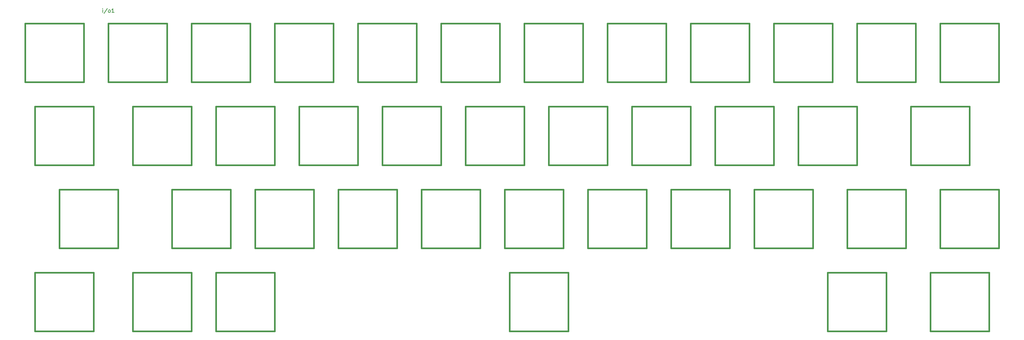
<source format=gbr>
G04 #@! TF.GenerationSoftware,KiCad,Pcbnew,(5.0.2)-1*
G04 #@! TF.CreationDate,2019-03-14T09:30:29+08:00*
G04 #@! TF.ProjectId,kicad_project,6b696361-645f-4707-926f-6a6563742e6b,rev?*
G04 #@! TF.SameCoordinates,Original*
G04 #@! TF.FileFunction,Legend,Top*
G04 #@! TF.FilePolarity,Positive*
%FSLAX46Y46*%
G04 Gerber Fmt 4.6, Leading zero omitted, Abs format (unit mm)*
G04 Created by KiCad (PCBNEW (5.0.2)-1) date 2019/3/14 9:30:29*
%MOMM*%
%LPD*%
G01*
G04 APERTURE LIST*
%ADD10C,0.381000*%
%ADD11C,0.150000*%
G04 APERTURE END LIST*
D10*
G04 #@! TO.C,U1*
X21590000Y-39370000D02*
X36830000Y-39370000D01*
X36830000Y-39370000D02*
X36830000Y-54610000D01*
X36830000Y-54610000D02*
X21590000Y-54610000D01*
X21590000Y-54610000D02*
X21590000Y-39370000D01*
G04 #@! TO.C,U2*
X24130000Y-76200000D02*
X24130000Y-60960000D01*
X39370000Y-76200000D02*
X24130000Y-76200000D01*
X39370000Y-60960000D02*
X39370000Y-76200000D01*
X24130000Y-60960000D02*
X39370000Y-60960000D01*
G04 #@! TO.C,U3*
X30480000Y-97790000D02*
X30480000Y-82550000D01*
X45720000Y-97790000D02*
X30480000Y-97790000D01*
X45720000Y-82550000D02*
X45720000Y-97790000D01*
X30480000Y-82550000D02*
X45720000Y-82550000D01*
G04 #@! TO.C,U4*
X24130000Y-119380000D02*
X24130000Y-104140000D01*
X39370000Y-119380000D02*
X24130000Y-119380000D01*
X39370000Y-104140000D02*
X39370000Y-119380000D01*
X24130000Y-104140000D02*
X39370000Y-104140000D01*
G04 #@! TO.C,U5*
X43180000Y-54610000D02*
X43180000Y-39370000D01*
X58420000Y-54610000D02*
X43180000Y-54610000D01*
X58420000Y-39370000D02*
X58420000Y-54610000D01*
X43180000Y-39370000D02*
X58420000Y-39370000D01*
G04 #@! TO.C,U6*
X49530000Y-60960000D02*
X64770000Y-60960000D01*
X64770000Y-60960000D02*
X64770000Y-76200000D01*
X64770000Y-76200000D02*
X49530000Y-76200000D01*
X49530000Y-76200000D02*
X49530000Y-60960000D01*
G04 #@! TO.C,U7*
X49530000Y-104140000D02*
X64770000Y-104140000D01*
X64770000Y-104140000D02*
X64770000Y-119380000D01*
X64770000Y-119380000D02*
X49530000Y-119380000D01*
X49530000Y-119380000D02*
X49530000Y-104140000D01*
G04 #@! TO.C,U8*
X64770000Y-54610000D02*
X64770000Y-39370000D01*
X80010000Y-54610000D02*
X64770000Y-54610000D01*
X80010000Y-39370000D02*
X80010000Y-54610000D01*
X64770000Y-39370000D02*
X80010000Y-39370000D01*
G04 #@! TO.C,U9*
X71120000Y-76200000D02*
X71120000Y-60960000D01*
X86360000Y-76200000D02*
X71120000Y-76200000D01*
X86360000Y-60960000D02*
X86360000Y-76200000D01*
X71120000Y-60960000D02*
X86360000Y-60960000D01*
G04 #@! TO.C,U10*
X59690000Y-97790000D02*
X59690000Y-82550000D01*
X74930000Y-97790000D02*
X59690000Y-97790000D01*
X74930000Y-82550000D02*
X74930000Y-97790000D01*
X59690000Y-82550000D02*
X74930000Y-82550000D01*
G04 #@! TO.C,U11*
X71120000Y-119380000D02*
X71120000Y-104140000D01*
X86360000Y-119380000D02*
X71120000Y-119380000D01*
X86360000Y-104140000D02*
X86360000Y-119380000D01*
X71120000Y-104140000D02*
X86360000Y-104140000D01*
G04 #@! TO.C,U12*
X86360000Y-39370000D02*
X101600000Y-39370000D01*
X101600000Y-39370000D02*
X101600000Y-54610000D01*
X101600000Y-54610000D02*
X86360000Y-54610000D01*
X86360000Y-54610000D02*
X86360000Y-39370000D01*
G04 #@! TO.C,U13*
X92710000Y-60960000D02*
X107950000Y-60960000D01*
X107950000Y-60960000D02*
X107950000Y-76200000D01*
X107950000Y-76200000D02*
X92710000Y-76200000D01*
X92710000Y-76200000D02*
X92710000Y-60960000D01*
G04 #@! TO.C,U14*
X81280000Y-82550000D02*
X96520000Y-82550000D01*
X96520000Y-82550000D02*
X96520000Y-97790000D01*
X96520000Y-97790000D02*
X81280000Y-97790000D01*
X81280000Y-97790000D02*
X81280000Y-82550000D01*
G04 #@! TO.C,U15*
X107950000Y-54610000D02*
X107950000Y-39370000D01*
X123190000Y-54610000D02*
X107950000Y-54610000D01*
X123190000Y-39370000D02*
X123190000Y-54610000D01*
X107950000Y-39370000D02*
X123190000Y-39370000D01*
G04 #@! TO.C,U16*
X114300000Y-76200000D02*
X114300000Y-60960000D01*
X129540000Y-76200000D02*
X114300000Y-76200000D01*
X129540000Y-60960000D02*
X129540000Y-76200000D01*
X114300000Y-60960000D02*
X129540000Y-60960000D01*
G04 #@! TO.C,U17*
X102870000Y-97790000D02*
X102870000Y-82550000D01*
X118110000Y-97790000D02*
X102870000Y-97790000D01*
X118110000Y-82550000D02*
X118110000Y-97790000D01*
X102870000Y-82550000D02*
X118110000Y-82550000D01*
G04 #@! TO.C,U19*
X129540000Y-39370000D02*
X144780000Y-39370000D01*
X144780000Y-39370000D02*
X144780000Y-54610000D01*
X144780000Y-54610000D02*
X129540000Y-54610000D01*
X129540000Y-54610000D02*
X129540000Y-39370000D01*
G04 #@! TO.C,U20*
X135890000Y-60960000D02*
X151130000Y-60960000D01*
X151130000Y-60960000D02*
X151130000Y-76200000D01*
X151130000Y-76200000D02*
X135890000Y-76200000D01*
X135890000Y-76200000D02*
X135890000Y-60960000D01*
G04 #@! TO.C,U21*
X124460000Y-82550000D02*
X139700000Y-82550000D01*
X139700000Y-82550000D02*
X139700000Y-97790000D01*
X139700000Y-97790000D02*
X124460000Y-97790000D01*
X124460000Y-97790000D02*
X124460000Y-82550000D01*
G04 #@! TO.C,U22*
X151130000Y-54610000D02*
X151130000Y-39370000D01*
X166370000Y-54610000D02*
X151130000Y-54610000D01*
X166370000Y-39370000D02*
X166370000Y-54610000D01*
X151130000Y-39370000D02*
X166370000Y-39370000D01*
G04 #@! TO.C,U23*
X157480000Y-76200000D02*
X157480000Y-60960000D01*
X172720000Y-76200000D02*
X157480000Y-76200000D01*
X172720000Y-60960000D02*
X172720000Y-76200000D01*
X157480000Y-60960000D02*
X172720000Y-60960000D01*
G04 #@! TO.C,U24*
X146050000Y-97790000D02*
X146050000Y-82550000D01*
X161290000Y-97790000D02*
X146050000Y-97790000D01*
X161290000Y-82550000D02*
X161290000Y-97790000D01*
X146050000Y-82550000D02*
X161290000Y-82550000D01*
G04 #@! TO.C,U25*
X172720000Y-39370000D02*
X187960000Y-39370000D01*
X187960000Y-39370000D02*
X187960000Y-54610000D01*
X187960000Y-54610000D02*
X172720000Y-54610000D01*
X172720000Y-54610000D02*
X172720000Y-39370000D01*
G04 #@! TO.C,U26*
X179070000Y-60960000D02*
X194310000Y-60960000D01*
X194310000Y-60960000D02*
X194310000Y-76200000D01*
X194310000Y-76200000D02*
X179070000Y-76200000D01*
X179070000Y-76200000D02*
X179070000Y-60960000D01*
G04 #@! TO.C,U27*
X167640000Y-82550000D02*
X182880000Y-82550000D01*
X182880000Y-82550000D02*
X182880000Y-97790000D01*
X182880000Y-97790000D02*
X167640000Y-97790000D01*
X167640000Y-97790000D02*
X167640000Y-82550000D01*
G04 #@! TO.C,U28*
X147320000Y-119380000D02*
X147320000Y-104140000D01*
X162560000Y-119380000D02*
X147320000Y-119380000D01*
X162560000Y-104140000D02*
X162560000Y-119380000D01*
X147320000Y-104140000D02*
X162560000Y-104140000D01*
G04 #@! TO.C,U29*
X194310000Y-54610000D02*
X194310000Y-39370000D01*
X209550000Y-54610000D02*
X194310000Y-54610000D01*
X209550000Y-39370000D02*
X209550000Y-54610000D01*
X194310000Y-39370000D02*
X209550000Y-39370000D01*
G04 #@! TO.C,U30*
X200660000Y-76200000D02*
X200660000Y-60960000D01*
X215900000Y-76200000D02*
X200660000Y-76200000D01*
X215900000Y-60960000D02*
X215900000Y-76200000D01*
X200660000Y-60960000D02*
X215900000Y-60960000D01*
G04 #@! TO.C,U31*
X189230000Y-97790000D02*
X189230000Y-82550000D01*
X204470000Y-97790000D02*
X189230000Y-97790000D01*
X204470000Y-82550000D02*
X204470000Y-97790000D01*
X189230000Y-82550000D02*
X204470000Y-82550000D01*
G04 #@! TO.C,U32*
X215900000Y-39370000D02*
X231140000Y-39370000D01*
X231140000Y-39370000D02*
X231140000Y-54610000D01*
X231140000Y-54610000D02*
X215900000Y-54610000D01*
X215900000Y-54610000D02*
X215900000Y-39370000D01*
G04 #@! TO.C,U33*
X222250000Y-60960000D02*
X237490000Y-60960000D01*
X237490000Y-60960000D02*
X237490000Y-76200000D01*
X237490000Y-76200000D02*
X222250000Y-76200000D01*
X222250000Y-76200000D02*
X222250000Y-60960000D01*
G04 #@! TO.C,U34*
X210820000Y-82550000D02*
X226060000Y-82550000D01*
X226060000Y-82550000D02*
X226060000Y-97790000D01*
X226060000Y-97790000D02*
X210820000Y-97790000D01*
X210820000Y-97790000D02*
X210820000Y-82550000D01*
G04 #@! TO.C,U36*
X237490000Y-54610000D02*
X237490000Y-39370000D01*
X252730000Y-54610000D02*
X237490000Y-54610000D01*
X252730000Y-39370000D02*
X252730000Y-54610000D01*
X237490000Y-39370000D02*
X252730000Y-39370000D01*
G04 #@! TO.C,U37*
X234950000Y-97790000D02*
X234950000Y-82550000D01*
X250190000Y-97790000D02*
X234950000Y-97790000D01*
X250190000Y-82550000D02*
X250190000Y-97790000D01*
X234950000Y-82550000D02*
X250190000Y-82550000D01*
G04 #@! TO.C,U38*
X229870000Y-119380000D02*
X229870000Y-104140000D01*
X245110000Y-119380000D02*
X229870000Y-119380000D01*
X245110000Y-104140000D02*
X245110000Y-119380000D01*
X229870000Y-104140000D02*
X245110000Y-104140000D01*
G04 #@! TO.C,U39*
X259080000Y-39370000D02*
X274320000Y-39370000D01*
X274320000Y-39370000D02*
X274320000Y-54610000D01*
X274320000Y-54610000D02*
X259080000Y-54610000D01*
X259080000Y-54610000D02*
X259080000Y-39370000D01*
G04 #@! TO.C,U40*
X251460000Y-60960000D02*
X266700000Y-60960000D01*
X266700000Y-60960000D02*
X266700000Y-76200000D01*
X266700000Y-76200000D02*
X251460000Y-76200000D01*
X251460000Y-76200000D02*
X251460000Y-60960000D01*
G04 #@! TO.C,U41*
X259080000Y-82550000D02*
X274320000Y-82550000D01*
X274320000Y-82550000D02*
X274320000Y-97790000D01*
X274320000Y-97790000D02*
X259080000Y-97790000D01*
X259080000Y-97790000D02*
X259080000Y-82550000D01*
G04 #@! TO.C,U42*
X256540000Y-104140000D02*
X271780000Y-104140000D01*
X271780000Y-104140000D02*
X271780000Y-119380000D01*
X271780000Y-119380000D02*
X256540000Y-119380000D01*
X256540000Y-119380000D02*
X256540000Y-104140000D01*
G04 #@! TO.C,*
D11*
G04 #@! TO.C,i/o1*
X41727619Y-36512380D02*
X41727619Y-35845714D01*
X41727619Y-35512380D02*
X41680000Y-35560000D01*
X41727619Y-35607619D01*
X41775238Y-35560000D01*
X41727619Y-35512380D01*
X41727619Y-35607619D01*
X42918095Y-35464761D02*
X42060952Y-36750476D01*
X43394285Y-36512380D02*
X43299047Y-36464761D01*
X43251428Y-36417142D01*
X43203809Y-36321904D01*
X43203809Y-36036190D01*
X43251428Y-35940952D01*
X43299047Y-35893333D01*
X43394285Y-35845714D01*
X43537142Y-35845714D01*
X43632380Y-35893333D01*
X43680000Y-35940952D01*
X43727619Y-36036190D01*
X43727619Y-36321904D01*
X43680000Y-36417142D01*
X43632380Y-36464761D01*
X43537142Y-36512380D01*
X43394285Y-36512380D01*
X44680000Y-36512380D02*
X44108571Y-36512380D01*
X44394285Y-36512380D02*
X44394285Y-35512380D01*
X44299047Y-35655238D01*
X44203809Y-35750476D01*
X44108571Y-35798095D01*
G04 #@! TD*
M02*

</source>
